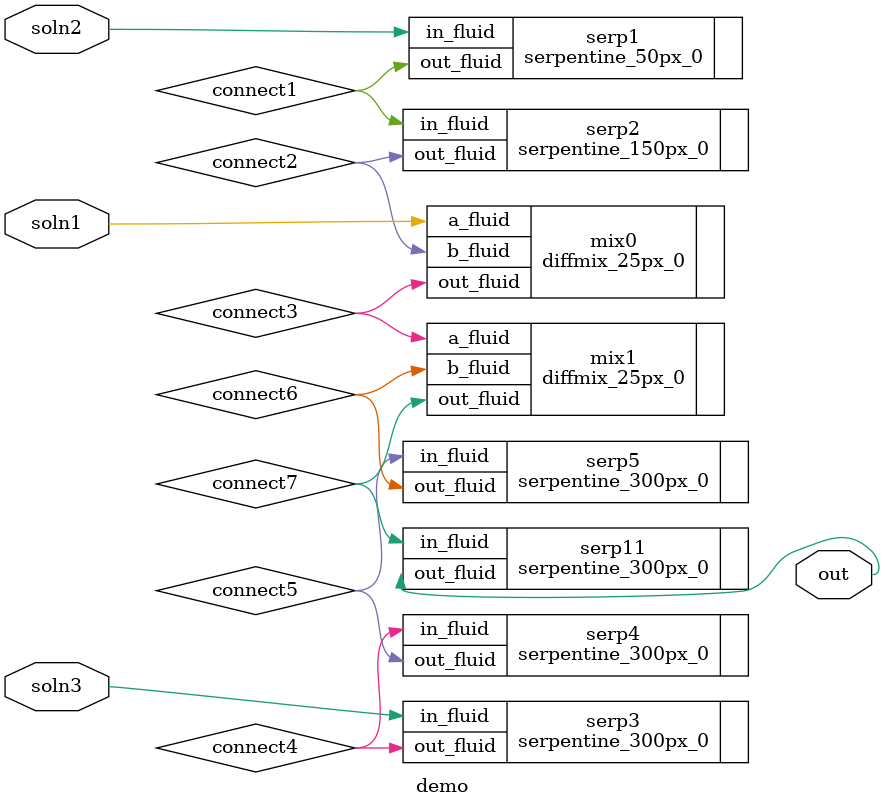
<source format=v>
module demo (
    soln1,
    soln2,
    soln3,
    out
);

input   soln1, soln2, soln3;
output  out;

wire    connect1,  connect2,  connect3,  connect4,  connect5,  connect6,  connect7;

serpentine_50px_0   serp1   (.in_fluid(soln2), .out_fluid(connect1));
serpentine_150px_0  serp2   (.in_fluid(connect1), .out_fluid(connect2));

diffmix_25px_0      mix0    (.a_fluid(soln1), .b_fluid(connect2), .out_fluid(connect3));

serpentine_300px_0  serp3   (.in_fluid(soln3), .out_fluid(connect4));
serpentine_300px_0  serp4   (.in_fluid(connect4), .out_fluid(connect5));
serpentine_300px_0  serp5   (.in_fluid(connect5), .out_fluid(connect6));



diffmix_25px_0      mix1    (.a_fluid(connect3), .b_fluid(connect6), .out_fluid(connect7));

serpentine_300px_0  serp11  (.in_fluid(connect7), .out_fluid(out));

endmodule

</source>
